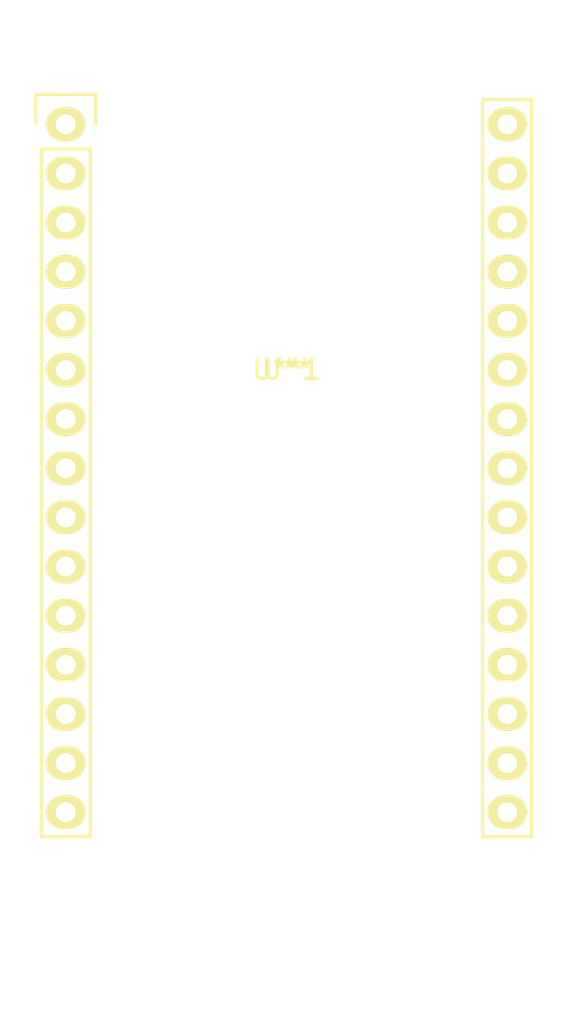
<source format=kicad_pcb>
(kicad_pcb (version 4) (host pcbnew 4.0.2+dfsg1-stable)

  (general
    (links 0)
    (no_connects 0)
    (area 0 0 0 0)
    (thickness 1.6)
    (drawings 0)
    (tracks 0)
    (zones 0)
    (modules 4)
    (nets 1)
  )

  (page A4)
  (layers
    (0 F.Cu signal)
    (31 B.Cu signal)
    (32 B.Adhes user)
    (33 F.Adhes user)
    (34 B.Paste user)
    (35 F.Paste user)
    (36 B.SilkS user)
    (37 F.SilkS user)
    (38 B.Mask user)
    (39 F.Mask user)
    (40 Dwgs.User user)
    (41 Cmts.User user)
    (42 Eco1.User user)
    (43 Eco2.User user)
    (44 Edge.Cuts user)
    (45 Margin user)
    (46 B.CrtYd user)
    (47 F.CrtYd user)
    (48 B.Fab user)
    (49 F.Fab user)
  )

  (setup
    (last_trace_width 0.25)
    (trace_clearance 0.2)
    (zone_clearance 0.508)
    (zone_45_only no)
    (trace_min 0.2)
    (segment_width 0.2)
    (edge_width 0.15)
    (via_size 0.6)
    (via_drill 0.4)
    (via_min_size 0.4)
    (via_min_drill 0.3)
    (uvia_size 0.3)
    (uvia_drill 0.1)
    (uvias_allowed no)
    (uvia_min_size 0.2)
    (uvia_min_drill 0.1)
    (pcb_text_width 0.3)
    (pcb_text_size 1.5 1.5)
    (mod_edge_width 0.15)
    (mod_text_size 1 1)
    (mod_text_width 0.15)
    (pad_size 1.524 1.524)
    (pad_drill 0.762)
    (pad_to_mask_clearance 0.2)
    (aux_axis_origin 0 0)
    (visible_elements FFFFFF7F)
    (pcbplotparams
      (layerselection 0x00030_80000001)
      (usegerberextensions false)
      (excludeedgelayer true)
      (linewidth 0.100000)
      (plotframeref false)
      (viasonmask false)
      (mode 1)
      (useauxorigin false)
      (hpglpennumber 1)
      (hpglpenspeed 20)
      (hpglpendiameter 15)
      (hpglpenoverlay 2)
      (psnegative false)
      (psa4output false)
      (plotreference true)
      (plotvalue true)
      (plotinvisibletext false)
      (padsonsilk false)
      (subtractmaskfromsilk false)
      (outputformat 1)
      (mirror false)
      (drillshape 1)
      (scaleselection 1)
      (outputdirectory ""))
  )

  (net 0 "")

  (net_class Default "This is the default net class."
    (clearance 0.2)
    (trace_width 0.25)
    (via_dia 0.6)
    (via_drill 0.4)
    (uvia_dia 0.3)
    (uvia_drill 0.1)
  )

  (module NodeMCU_Amica_R2 (layer F.Cu) (tedit 582C5CE8) (tstamp 582C5DC8)
    (at 0 0)
    (descr "Through-hole-mounted NodeMCU 0.9")
    (tags nodemcu)
    (fp_text reference U**1 (at 11.43 12.68) (layer F.SilkS)
      (effects (font (size 1 1) (thickness 0.15)))
    )
    (fp_text value NodeMCU_Amica_R2 (at 11.43 45.085) (layer F.Fab)
      (effects (font (size 2 2) (thickness 0.15)))
    )
    (fp_circle (center 0.108949 -4.318) (end 1.378949 -3.048) (layer F.CrtYd) (width 0.15))
    (fp_line (start 15.24 37.465) (end 15.24 42.545) (layer F.CrtYd) (width 0.15))
    (fp_line (start 7.62 37.465) (end 15.24 37.465) (layer F.CrtYd) (width 0.15))
    (fp_line (start 7.62 42.545) (end 7.62 37.465) (layer F.CrtYd) (width 0.15))
    (fp_line (start -1.905 42.545) (end -1.905 -6.35) (layer F.CrtYd) (width 0.15))
    (fp_line (start 24.765 42.545) (end -1.905 42.545) (layer F.CrtYd) (width 0.15))
    (fp_line (start 24.765 -6.35) (end 24.765 42.545) (layer F.CrtYd) (width 0.15))
    (fp_line (start -1.905 -6.35) (end 24.765 -6.35) (layer F.CrtYd) (width 0.15))
    (fp_line (start -1.27 1.27) (end -1.27 36.83) (layer F.SilkS) (width 0.15))
    (fp_line (start -1.27 36.83) (end 1.27 36.83) (layer F.SilkS) (width 0.15))
    (fp_line (start 1.27 36.83) (end 1.27 1.27) (layer F.SilkS) (width 0.15))
    (fp_line (start 1.55 -1.55) (end 1.55 0) (layer F.SilkS) (width 0.15))
    (fp_line (start 1.27 1.27) (end -1.27 1.27) (layer F.SilkS) (width 0.15))
    (fp_line (start -1.55 0) (end -1.55 -1.55) (layer F.SilkS) (width 0.15))
    (fp_line (start -1.55 -1.55) (end 1.55 -1.55) (layer F.SilkS) (width 0.15))
    (fp_line (start 21.59 36.83) (end 24.13 36.83) (layer F.SilkS) (width 0.15))
    (fp_line (start 21.59 -1.27) (end 21.59 36.83) (layer F.SilkS) (width 0.15))
    (fp_line (start 24.13 -1.27) (end 21.59 -1.27) (layer F.SilkS) (width 0.15))
    (fp_line (start 24.13 36.83) (end 24.13 -1.27) (layer F.SilkS) (width 0.15))
    (fp_circle (center 22.733 -4.318) (end 24.003 -3.048) (layer F.CrtYd) (width 0.15))
    (fp_circle (center 22.733 40.513) (end 24.003 41.783) (layer F.CrtYd) (width 0.15))
    (fp_circle (center 0.127 40.513) (end 1.397 41.783) (layer F.CrtYd) (width 0.15))
    (pad 1 thru_hole oval (at 0 0) (size 2.032 1.7272) (drill 1.016) (layers *.Cu *.Mask F.SilkS))
    (pad 2 thru_hole oval (at 0 2.54) (size 2.032 1.7272) (drill 1.016) (layers *.Cu *.Mask F.SilkS))
    (pad 3 thru_hole oval (at 0 5.08) (size 2.032 1.7272) (drill 1.016) (layers *.Cu *.Mask F.SilkS))
    (pad 4 thru_hole oval (at 0 7.62) (size 2.032 1.7272) (drill 1.016) (layers *.Cu *.Mask F.SilkS))
    (pad 5 thru_hole oval (at 0 10.16) (size 2.032 1.7272) (drill 1.016) (layers *.Cu *.Mask F.SilkS))
    (pad 6 thru_hole oval (at 0 12.7) (size 2.032 1.7272) (drill 1.016) (layers *.Cu *.Mask F.SilkS))
    (pad 7 thru_hole oval (at 0 15.24) (size 2.032 1.7272) (drill 1.016) (layers *.Cu *.Mask F.SilkS))
    (pad 8 thru_hole oval (at 0 17.78) (size 2.032 1.7272) (drill 1.016) (layers *.Cu *.Mask F.SilkS))
    (pad 9 thru_hole oval (at 0 20.32) (size 2.032 1.7272) (drill 1.016) (layers *.Cu *.Mask F.SilkS))
    (pad 10 thru_hole oval (at 0 22.86) (size 2.032 1.7272) (drill 1.016) (layers *.Cu *.Mask F.SilkS))
    (pad 11 thru_hole oval (at 0 25.4) (size 2.032 1.7272) (drill 1.016) (layers *.Cu *.Mask F.SilkS))
    (pad 12 thru_hole oval (at 0 27.94) (size 2.032 1.7272) (drill 1.016) (layers *.Cu *.Mask F.SilkS))
    (pad 13 thru_hole oval (at 0 30.48) (size 2.032 1.7272) (drill 1.016) (layers *.Cu *.Mask F.SilkS))
    (pad 14 thru_hole oval (at 0 33.02) (size 2.032 1.7272) (drill 1.016) (layers *.Cu *.Mask F.SilkS))
    (pad 15 thru_hole oval (at 0 35.56) (size 2.032 1.7272) (drill 1.016) (layers *.Cu *.Mask F.SilkS))
    (pad 30 thru_hole oval (at 22.86 0) (size 2.032 1.7272) (drill 1.016) (layers *.Cu *.Mask F.SilkS))
    (pad 18 thru_hole oval (at 22.86 30.48) (size 2.032 1.7272) (drill 1.016) (layers *.Cu *.Mask F.SilkS))
    (pad 17 thru_hole oval (at 22.86 33.02) (size 2.032 1.7272) (drill 1.016) (layers *.Cu *.Mask F.SilkS))
    (pad 19 thru_hole oval (at 22.86 27.94) (size 2.032 1.7272) (drill 1.016) (layers *.Cu *.Mask F.SilkS))
    (pad 25 thru_hole oval (at 22.86 12.7) (size 2.032 1.7272) (drill 1.016) (layers *.Cu *.Mask F.SilkS))
    (pad 26 thru_hole oval (at 22.86 10.16) (size 2.032 1.7272) (drill 1.016) (layers *.Cu *.Mask F.SilkS))
    (pad 24 thru_hole oval (at 22.86 15.24) (size 2.032 1.7272) (drill 1.016) (layers *.Cu *.Mask F.SilkS))
    (pad 16 thru_hole oval (at 22.86 35.56) (size 2.032 1.7272) (drill 1.016) (layers *.Cu *.Mask F.SilkS))
    (pad 22 thru_hole oval (at 22.86 20.32) (size 2.032 1.7272) (drill 1.016) (layers *.Cu *.Mask F.SilkS))
    (pad 23 thru_hole oval (at 22.86 17.78) (size 2.032 1.7272) (drill 1.016) (layers *.Cu *.Mask F.SilkS))
    (pad 21 thru_hole oval (at 22.86 22.86) (size 2.032 1.7272) (drill 1.016) (layers *.Cu *.Mask F.SilkS))
    (pad 20 thru_hole oval (at 22.86 25.4) (size 2.032 1.7272) (drill 1.016) (layers *.Cu *.Mask F.SilkS))
    (pad 28 thru_hole oval (at 22.86 5.08) (size 2.032 1.7272) (drill 1.016) (layers *.Cu *.Mask F.SilkS))
    (pad 27 thru_hole oval (at 22.86 7.62) (size 2.032 1.7272) (drill 1.016) (layers *.Cu *.Mask F.SilkS))
    (pad 29 thru_hole oval (at 22.86 2.54) (size 2.032 1.7272) (drill 1.016) (layers *.Cu *.Mask F.SilkS))
  )

  (module NodeMCU_Amica_R2 (layer F.Cu) (tedit 582C5CE8) (tstamp 582C5D90)
    (at 0 0)
    (descr "Through-hole-mounted NodeMCU 0.9")
    (tags nodemcu)
    (fp_text reference U**1 (at 11.43 12.68) (layer F.SilkS)
      (effects (font (size 1 1) (thickness 0.15)))
    )
    (fp_text value NodeMCU_Amica_R2 (at 11.43 45.085) (layer F.Fab)
      (effects (font (size 2 2) (thickness 0.15)))
    )
    (fp_circle (center 0.108949 -4.318) (end 1.378949 -3.048) (layer F.CrtYd) (width 0.15))
    (fp_line (start 15.24 37.465) (end 15.24 42.545) (layer F.CrtYd) (width 0.15))
    (fp_line (start 7.62 37.465) (end 15.24 37.465) (layer F.CrtYd) (width 0.15))
    (fp_line (start 7.62 42.545) (end 7.62 37.465) (layer F.CrtYd) (width 0.15))
    (fp_line (start -1.905 42.545) (end -1.905 -6.35) (layer F.CrtYd) (width 0.15))
    (fp_line (start 24.765 42.545) (end -1.905 42.545) (layer F.CrtYd) (width 0.15))
    (fp_line (start 24.765 -6.35) (end 24.765 42.545) (layer F.CrtYd) (width 0.15))
    (fp_line (start -1.905 -6.35) (end 24.765 -6.35) (layer F.CrtYd) (width 0.15))
    (fp_line (start -1.27 1.27) (end -1.27 36.83) (layer F.SilkS) (width 0.15))
    (fp_line (start -1.27 36.83) (end 1.27 36.83) (layer F.SilkS) (width 0.15))
    (fp_line (start 1.27 36.83) (end 1.27 1.27) (layer F.SilkS) (width 0.15))
    (fp_line (start 1.55 -1.55) (end 1.55 0) (layer F.SilkS) (width 0.15))
    (fp_line (start 1.27 1.27) (end -1.27 1.27) (layer F.SilkS) (width 0.15))
    (fp_line (start -1.55 0) (end -1.55 -1.55) (layer F.SilkS) (width 0.15))
    (fp_line (start -1.55 -1.55) (end 1.55 -1.55) (layer F.SilkS) (width 0.15))
    (fp_line (start 21.59 36.83) (end 24.13 36.83) (layer F.SilkS) (width 0.15))
    (fp_line (start 21.59 -1.27) (end 21.59 36.83) (layer F.SilkS) (width 0.15))
    (fp_line (start 24.13 -1.27) (end 21.59 -1.27) (layer F.SilkS) (width 0.15))
    (fp_line (start 24.13 36.83) (end 24.13 -1.27) (layer F.SilkS) (width 0.15))
    (fp_circle (center 22.733 -4.318) (end 24.003 -3.048) (layer F.CrtYd) (width 0.15))
    (fp_circle (center 22.733 40.513) (end 24.003 41.783) (layer F.CrtYd) (width 0.15))
    (fp_circle (center 0.127 40.513) (end 1.397 41.783) (layer F.CrtYd) (width 0.15))
    (pad 1 thru_hole oval (at 0 0) (size 2.032 1.7272) (drill 1.016) (layers *.Cu *.Mask F.SilkS))
    (pad 2 thru_hole oval (at 0 2.54) (size 2.032 1.7272) (drill 1.016) (layers *.Cu *.Mask F.SilkS))
    (pad 3 thru_hole oval (at 0 5.08) (size 2.032 1.7272) (drill 1.016) (layers *.Cu *.Mask F.SilkS))
    (pad 4 thru_hole oval (at 0 7.62) (size 2.032 1.7272) (drill 1.016) (layers *.Cu *.Mask F.SilkS))
    (pad 5 thru_hole oval (at 0 10.16) (size 2.032 1.7272) (drill 1.016) (layers *.Cu *.Mask F.SilkS))
    (pad 6 thru_hole oval (at 0 12.7) (size 2.032 1.7272) (drill 1.016) (layers *.Cu *.Mask F.SilkS))
    (pad 7 thru_hole oval (at 0 15.24) (size 2.032 1.7272) (drill 1.016) (layers *.Cu *.Mask F.SilkS))
    (pad 8 thru_hole oval (at 0 17.78) (size 2.032 1.7272) (drill 1.016) (layers *.Cu *.Mask F.SilkS))
    (pad 9 thru_hole oval (at 0 20.32) (size 2.032 1.7272) (drill 1.016) (layers *.Cu *.Mask F.SilkS))
    (pad 10 thru_hole oval (at 0 22.86) (size 2.032 1.7272) (drill 1.016) (layers *.Cu *.Mask F.SilkS))
    (pad 11 thru_hole oval (at 0 25.4) (size 2.032 1.7272) (drill 1.016) (layers *.Cu *.Mask F.SilkS))
    (pad 12 thru_hole oval (at 0 27.94) (size 2.032 1.7272) (drill 1.016) (layers *.Cu *.Mask F.SilkS))
    (pad 13 thru_hole oval (at 0 30.48) (size 2.032 1.7272) (drill 1.016) (layers *.Cu *.Mask F.SilkS))
    (pad 14 thru_hole oval (at 0 33.02) (size 2.032 1.7272) (drill 1.016) (layers *.Cu *.Mask F.SilkS))
    (pad 15 thru_hole oval (at 0 35.56) (size 2.032 1.7272) (drill 1.016) (layers *.Cu *.Mask F.SilkS))
    (pad 30 thru_hole oval (at 22.86 0) (size 2.032 1.7272) (drill 1.016) (layers *.Cu *.Mask F.SilkS))
    (pad 18 thru_hole oval (at 22.86 30.48) (size 2.032 1.7272) (drill 1.016) (layers *.Cu *.Mask F.SilkS))
    (pad 17 thru_hole oval (at 22.86 33.02) (size 2.032 1.7272) (drill 1.016) (layers *.Cu *.Mask F.SilkS))
    (pad 19 thru_hole oval (at 22.86 27.94) (size 2.032 1.7272) (drill 1.016) (layers *.Cu *.Mask F.SilkS))
    (pad 25 thru_hole oval (at 22.86 12.7) (size 2.032 1.7272) (drill 1.016) (layers *.Cu *.Mask F.SilkS))
    (pad 26 thru_hole oval (at 22.86 10.16) (size 2.032 1.7272) (drill 1.016) (layers *.Cu *.Mask F.SilkS))
    (pad 24 thru_hole oval (at 22.86 15.24) (size 2.032 1.7272) (drill 1.016) (layers *.Cu *.Mask F.SilkS))
    (pad 16 thru_hole oval (at 22.86 35.56) (size 2.032 1.7272) (drill 1.016) (layers *.Cu *.Mask F.SilkS))
    (pad 22 thru_hole oval (at 22.86 20.32) (size 2.032 1.7272) (drill 1.016) (layers *.Cu *.Mask F.SilkS))
    (pad 23 thru_hole oval (at 22.86 17.78) (size 2.032 1.7272) (drill 1.016) (layers *.Cu *.Mask F.SilkS))
    (pad 21 thru_hole oval (at 22.86 22.86) (size 2.032 1.7272) (drill 1.016) (layers *.Cu *.Mask F.SilkS))
    (pad 20 thru_hole oval (at 22.86 25.4) (size 2.032 1.7272) (drill 1.016) (layers *.Cu *.Mask F.SilkS))
    (pad 28 thru_hole oval (at 22.86 5.08) (size 2.032 1.7272) (drill 1.016) (layers *.Cu *.Mask F.SilkS))
    (pad 27 thru_hole oval (at 22.86 7.62) (size 2.032 1.7272) (drill 1.016) (layers *.Cu *.Mask F.SilkS))
    (pad 29 thru_hole oval (at 22.86 2.54) (size 2.032 1.7272) (drill 1.016) (layers *.Cu *.Mask F.SilkS))
  )

  (module NodeMCU_Amica_R2 (layer F.Cu) (tedit 582C5CE8) (tstamp 582C5D58)
    (at 0 0)
    (descr "Through-hole-mounted NodeMCU 0.9")
    (tags nodemcu)
    (fp_text reference U**1 (at 11.43 12.68) (layer F.SilkS)
      (effects (font (size 1 1) (thickness 0.15)))
    )
    (fp_text value NodeMCU_Amica_R2 (at 11.43 45.085) (layer F.Fab)
      (effects (font (size 2 2) (thickness 0.15)))
    )
    (fp_circle (center 0.108949 -4.318) (end 1.378949 -3.048) (layer F.CrtYd) (width 0.15))
    (fp_line (start 15.24 37.465) (end 15.24 42.545) (layer F.CrtYd) (width 0.15))
    (fp_line (start 7.62 37.465) (end 15.24 37.465) (layer F.CrtYd) (width 0.15))
    (fp_line (start 7.62 42.545) (end 7.62 37.465) (layer F.CrtYd) (width 0.15))
    (fp_line (start -1.905 42.545) (end -1.905 -6.35) (layer F.CrtYd) (width 0.15))
    (fp_line (start 24.765 42.545) (end -1.905 42.545) (layer F.CrtYd) (width 0.15))
    (fp_line (start 24.765 -6.35) (end 24.765 42.545) (layer F.CrtYd) (width 0.15))
    (fp_line (start -1.905 -6.35) (end 24.765 -6.35) (layer F.CrtYd) (width 0.15))
    (fp_line (start -1.27 1.27) (end -1.27 36.83) (layer F.SilkS) (width 0.15))
    (fp_line (start -1.27 36.83) (end 1.27 36.83) (layer F.SilkS) (width 0.15))
    (fp_line (start 1.27 36.83) (end 1.27 1.27) (layer F.SilkS) (width 0.15))
    (fp_line (start 1.55 -1.55) (end 1.55 0) (layer F.SilkS) (width 0.15))
    (fp_line (start 1.27 1.27) (end -1.27 1.27) (layer F.SilkS) (width 0.15))
    (fp_line (start -1.55 0) (end -1.55 -1.55) (layer F.SilkS) (width 0.15))
    (fp_line (start -1.55 -1.55) (end 1.55 -1.55) (layer F.SilkS) (width 0.15))
    (fp_line (start 21.59 36.83) (end 24.13 36.83) (layer F.SilkS) (width 0.15))
    (fp_line (start 21.59 -1.27) (end 21.59 36.83) (layer F.SilkS) (width 0.15))
    (fp_line (start 24.13 -1.27) (end 21.59 -1.27) (layer F.SilkS) (width 0.15))
    (fp_line (start 24.13 36.83) (end 24.13 -1.27) (layer F.SilkS) (width 0.15))
    (fp_circle (center 22.733 -4.318) (end 24.003 -3.048) (layer F.CrtYd) (width 0.15))
    (fp_circle (center 22.733 40.513) (end 24.003 41.783) (layer F.CrtYd) (width 0.15))
    (fp_circle (center 0.127 40.513) (end 1.397 41.783) (layer F.CrtYd) (width 0.15))
    (pad 1 thru_hole oval (at 0 0) (size 2.032 1.7272) (drill 1.016) (layers *.Cu *.Mask F.SilkS))
    (pad 2 thru_hole oval (at 0 2.54) (size 2.032 1.7272) (drill 1.016) (layers *.Cu *.Mask F.SilkS))
    (pad 3 thru_hole oval (at 0 5.08) (size 2.032 1.7272) (drill 1.016) (layers *.Cu *.Mask F.SilkS))
    (pad 4 thru_hole oval (at 0 7.62) (size 2.032 1.7272) (drill 1.016) (layers *.Cu *.Mask F.SilkS))
    (pad 5 thru_hole oval (at 0 10.16) (size 2.032 1.7272) (drill 1.016) (layers *.Cu *.Mask F.SilkS))
    (pad 6 thru_hole oval (at 0 12.7) (size 2.032 1.7272) (drill 1.016) (layers *.Cu *.Mask F.SilkS))
    (pad 7 thru_hole oval (at 0 15.24) (size 2.032 1.7272) (drill 1.016) (layers *.Cu *.Mask F.SilkS))
    (pad 8 thru_hole oval (at 0 17.78) (size 2.032 1.7272) (drill 1.016) (layers *.Cu *.Mask F.SilkS))
    (pad 9 thru_hole oval (at 0 20.32) (size 2.032 1.7272) (drill 1.016) (layers *.Cu *.Mask F.SilkS))
    (pad 10 thru_hole oval (at 0 22.86) (size 2.032 1.7272) (drill 1.016) (layers *.Cu *.Mask F.SilkS))
    (pad 11 thru_hole oval (at 0 25.4) (size 2.032 1.7272) (drill 1.016) (layers *.Cu *.Mask F.SilkS))
    (pad 12 thru_hole oval (at 0 27.94) (size 2.032 1.7272) (drill 1.016) (layers *.Cu *.Mask F.SilkS))
    (pad 13 thru_hole oval (at 0 30.48) (size 2.032 1.7272) (drill 1.016) (layers *.Cu *.Mask F.SilkS))
    (pad 14 thru_hole oval (at 0 33.02) (size 2.032 1.7272) (drill 1.016) (layers *.Cu *.Mask F.SilkS))
    (pad 15 thru_hole oval (at 0 35.56) (size 2.032 1.7272) (drill 1.016) (layers *.Cu *.Mask F.SilkS))
    (pad 30 thru_hole oval (at 22.86 0) (size 2.032 1.7272) (drill 1.016) (layers *.Cu *.Mask F.SilkS))
    (pad 18 thru_hole oval (at 22.86 30.48) (size 2.032 1.7272) (drill 1.016) (layers *.Cu *.Mask F.SilkS))
    (pad 17 thru_hole oval (at 22.86 33.02) (size 2.032 1.7272) (drill 1.016) (layers *.Cu *.Mask F.SilkS))
    (pad 19 thru_hole oval (at 22.86 27.94) (size 2.032 1.7272) (drill 1.016) (layers *.Cu *.Mask F.SilkS))
    (pad 25 thru_hole oval (at 22.86 12.7) (size 2.032 1.7272) (drill 1.016) (layers *.Cu *.Mask F.SilkS))
    (pad 26 thru_hole oval (at 22.86 10.16) (size 2.032 1.7272) (drill 1.016) (layers *.Cu *.Mask F.SilkS))
    (pad 24 thru_hole oval (at 22.86 15.24) (size 2.032 1.7272) (drill 1.016) (layers *.Cu *.Mask F.SilkS))
    (pad 16 thru_hole oval (at 22.86 35.56) (size 2.032 1.7272) (drill 1.016) (layers *.Cu *.Mask F.SilkS))
    (pad 22 thru_hole oval (at 22.86 20.32) (size 2.032 1.7272) (drill 1.016) (layers *.Cu *.Mask F.SilkS))
    (pad 23 thru_hole oval (at 22.86 17.78) (size 2.032 1.7272) (drill 1.016) (layers *.Cu *.Mask F.SilkS))
    (pad 21 thru_hole oval (at 22.86 22.86) (size 2.032 1.7272) (drill 1.016) (layers *.Cu *.Mask F.SilkS))
    (pad 20 thru_hole oval (at 22.86 25.4) (size 2.032 1.7272) (drill 1.016) (layers *.Cu *.Mask F.SilkS))
    (pad 28 thru_hole oval (at 22.86 5.08) (size 2.032 1.7272) (drill 1.016) (layers *.Cu *.Mask F.SilkS))
    (pad 27 thru_hole oval (at 22.86 7.62) (size 2.032 1.7272) (drill 1.016) (layers *.Cu *.Mask F.SilkS))
    (pad 29 thru_hole oval (at 22.86 2.54) (size 2.032 1.7272) (drill 1.016) (layers *.Cu *.Mask F.SilkS))
  )

  (module NodeMCU_Amica_R2 (layer F.Cu) (tedit 56871839) (tstamp 582C5C18)
    (at 0 0)
    (descr "Through-hole-mounted NodeMCU 0.9")
    (tags nodemcu)
    (fp_text reference U** (at 11.43 12.68) (layer F.SilkS)
      (effects (font (size 1 1) (thickness 0.15)))
    )
    (fp_text value NodeMCU_Amica_R2 (at 11.43 45.085) (layer F.Fab)
      (effects (font (size 2 2) (thickness 0.15)))
    )
    (fp_circle (center 0.108949 -4.318) (end 1.378949 -3.048) (layer F.CrtYd) (width 0.15))
    (fp_line (start 15.24 37.465) (end 15.24 42.545) (layer F.CrtYd) (width 0.15))
    (fp_line (start 7.62 37.465) (end 15.24 37.465) (layer F.CrtYd) (width 0.15))
    (fp_line (start 7.62 42.545) (end 7.62 37.465) (layer F.CrtYd) (width 0.15))
    (fp_line (start -1.905 42.545) (end -1.905 -6.35) (layer F.CrtYd) (width 0.15))
    (fp_line (start 24.765 42.545) (end -1.905 42.545) (layer F.CrtYd) (width 0.15))
    (fp_line (start 24.765 -6.35) (end 24.765 42.545) (layer F.CrtYd) (width 0.15))
    (fp_line (start -1.905 -6.35) (end 24.765 -6.35) (layer F.CrtYd) (width 0.15))
    (fp_line (start -1.27 1.27) (end -1.27 36.83) (layer F.SilkS) (width 0.15))
    (fp_line (start -1.27 36.83) (end 1.27 36.83) (layer F.SilkS) (width 0.15))
    (fp_line (start 1.27 36.83) (end 1.27 1.27) (layer F.SilkS) (width 0.15))
    (fp_line (start 1.55 -1.55) (end 1.55 0) (layer F.SilkS) (width 0.15))
    (fp_line (start 1.27 1.27) (end -1.27 1.27) (layer F.SilkS) (width 0.15))
    (fp_line (start -1.55 0) (end -1.55 -1.55) (layer F.SilkS) (width 0.15))
    (fp_line (start -1.55 -1.55) (end 1.55 -1.55) (layer F.SilkS) (width 0.15))
    (fp_line (start 21.59 36.83) (end 24.13 36.83) (layer F.SilkS) (width 0.15))
    (fp_line (start 21.59 -1.27) (end 21.59 36.83) (layer F.SilkS) (width 0.15))
    (fp_line (start 24.13 -1.27) (end 21.59 -1.27) (layer F.SilkS) (width 0.15))
    (fp_line (start 24.13 36.83) (end 24.13 -1.27) (layer F.SilkS) (width 0.15))
    (fp_circle (center 22.733 -4.318) (end 24.003 -3.048) (layer F.CrtYd) (width 0.15))
    (fp_circle (center 22.733 40.513) (end 24.003 41.783) (layer F.CrtYd) (width 0.15))
    (fp_circle (center 0.127 40.513) (end 1.397 41.783) (layer F.CrtYd) (width 0.15))
    (pad 1 thru_hole oval (at 0 0) (size 2.032 1.7272) (drill 1.016) (layers *.Cu *.Mask F.SilkS))
    (pad 2 thru_hole oval (at 0 2.54) (size 2.032 1.7272) (drill 1.016) (layers *.Cu *.Mask F.SilkS))
    (pad 3 thru_hole oval (at 0 5.08) (size 2.032 1.7272) (drill 1.016) (layers *.Cu *.Mask F.SilkS))
    (pad 4 thru_hole oval (at 0 7.62) (size 2.032 1.7272) (drill 1.016) (layers *.Cu *.Mask F.SilkS))
    (pad 5 thru_hole oval (at 0 10.16) (size 2.032 1.7272) (drill 1.016) (layers *.Cu *.Mask F.SilkS))
    (pad 6 thru_hole oval (at 0 12.7) (size 2.032 1.7272) (drill 1.016) (layers *.Cu *.Mask F.SilkS))
    (pad 7 thru_hole oval (at 0 15.24) (size 2.032 1.7272) (drill 1.016) (layers *.Cu *.Mask F.SilkS))
    (pad 8 thru_hole oval (at 0 17.78) (size 2.032 1.7272) (drill 1.016) (layers *.Cu *.Mask F.SilkS))
    (pad 9 thru_hole oval (at 0 20.32) (size 2.032 1.7272) (drill 1.016) (layers *.Cu *.Mask F.SilkS))
    (pad 10 thru_hole oval (at 0 22.86) (size 2.032 1.7272) (drill 1.016) (layers *.Cu *.Mask F.SilkS))
    (pad 11 thru_hole oval (at 0 25.4) (size 2.032 1.7272) (drill 1.016) (layers *.Cu *.Mask F.SilkS))
    (pad 12 thru_hole oval (at 0 27.94) (size 2.032 1.7272) (drill 1.016) (layers *.Cu *.Mask F.SilkS))
    (pad 13 thru_hole oval (at 0 30.48) (size 2.032 1.7272) (drill 1.016) (layers *.Cu *.Mask F.SilkS))
    (pad 14 thru_hole oval (at 0 33.02) (size 2.032 1.7272) (drill 1.016) (layers *.Cu *.Mask F.SilkS))
    (pad 15 thru_hole oval (at 0 35.56) (size 2.032 1.7272) (drill 1.016) (layers *.Cu *.Mask F.SilkS))
    (pad 30 thru_hole oval (at 22.86 0) (size 2.032 1.7272) (drill 1.016) (layers *.Cu *.Mask F.SilkS))
    (pad 18 thru_hole oval (at 22.86 30.48) (size 2.032 1.7272) (drill 1.016) (layers *.Cu *.Mask F.SilkS))
    (pad 17 thru_hole oval (at 22.86 33.02) (size 2.032 1.7272) (drill 1.016) (layers *.Cu *.Mask F.SilkS))
    (pad 19 thru_hole oval (at 22.86 27.94) (size 2.032 1.7272) (drill 1.016) (layers *.Cu *.Mask F.SilkS))
    (pad 25 thru_hole oval (at 22.86 12.7) (size 2.032 1.7272) (drill 1.016) (layers *.Cu *.Mask F.SilkS))
    (pad 26 thru_hole oval (at 22.86 10.16) (size 2.032 1.7272) (drill 1.016) (layers *.Cu *.Mask F.SilkS))
    (pad 24 thru_hole oval (at 22.86 15.24) (size 2.032 1.7272) (drill 1.016) (layers *.Cu *.Mask F.SilkS))
    (pad 16 thru_hole oval (at 22.86 35.56) (size 2.032 1.7272) (drill 1.016) (layers *.Cu *.Mask F.SilkS))
    (pad 22 thru_hole oval (at 22.86 20.32) (size 2.032 1.7272) (drill 1.016) (layers *.Cu *.Mask F.SilkS))
    (pad 23 thru_hole oval (at 22.86 17.78) (size 2.032 1.7272) (drill 1.016) (layers *.Cu *.Mask F.SilkS))
    (pad 21 thru_hole oval (at 22.86 22.86) (size 2.032 1.7272) (drill 1.016) (layers *.Cu *.Mask F.SilkS))
    (pad 20 thru_hole oval (at 22.86 25.4) (size 2.032 1.7272) (drill 1.016) (layers *.Cu *.Mask F.SilkS))
    (pad 28 thru_hole oval (at 22.86 5.08) (size 2.032 1.7272) (drill 1.016) (layers *.Cu *.Mask F.SilkS))
    (pad 27 thru_hole oval (at 22.86 7.62) (size 2.032 1.7272) (drill 1.016) (layers *.Cu *.Mask F.SilkS))
    (pad 29 thru_hole oval (at 22.86 2.54) (size 2.032 1.7272) (drill 1.016) (layers *.Cu *.Mask F.SilkS))
  )

)

</source>
